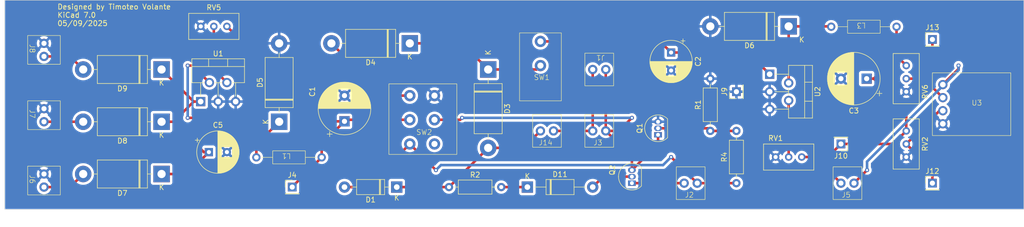
<source format=kicad_pcb>
(kicad_pcb (version 20221018) (generator pcbnew)
  (layers (0 "F.Cu" signal) (31 "B.Cu" signal) (34 "B.Paste" user) (35 "F.Paste" user) (36 "B.SilkS" user "B.Silkscreen") (37 "F.SilkS" user "F.Silkscreen") (38 "B.Mask" user) (39 "F.Mask" user) (44 "Edge.Cuts" user))
  (net 0 "")
  (net 1 "Net-(D1-K)")
  (net 2 "Net-(D1-A)")
  (net 3 "Net-(D3-K)")
  (net 4 "Net-(D4-A)")
  (net 5 "Net-(D5-K)")
  (net 6 "GND")
  (net 7 "Net-(D6-K)")
  (net 8 "Net-(D7-K)")
  (net 9 "Net-(D7-A)")
  (net 10 "Net-(D8-A)")
  (net 11 "Net-(D9-A)")
  (net 12 "Net-(D11-K)")
  (net 13 "Net-(D11-A)")
  (net 14 "Net-(J1-Pin_2)")
  (net 15 "Net-(Q1-B)")
  (net 16 "Net-(J2-Pin_2)")
  (net 17 "Net-(U1-FB)")
  (net 18 "Net-(SW1-A)")
  (net 19 "Net-(U2-FB)")
  (net 20 "Net-(J4-Pin_1)")
  (net 21 "Net-(J13-Pin_1)")
  (net 22 "Net-(J1-Pin_1)")
  (net 23 "Net-(J5-Pin_1)")
  (net 24 "Net-(J10-Pin_1)")
  (net 25 "Net-(J12-Pin_1)")
  (footprint "Diode_THT:D_DO-201AD_P15.24mm_Horizontal" (layer "F.Cu") (at 121.92 94.74 180)
    (fp_text reference "D4" (at 7.62 -3.72) (layer "F.SilkS"))
    (fp_text value "1N5822")
    (fp_text user "K" (at 0 -2.6) (layer "F.SilkS"))
    (pad "1" thru_hole rect (at 0 0 180) (size 3.2 3.2) (drill 1.6) (layers "*.Cu" "*.Mask") (net 3 "Net-(D3-K)"))
    (pad "2" thru_hole oval (at 15.24 0 180) (size 3.2 3.2) (drill 1.6) (layers "*.Cu" "*.Mask") (net 4 "Net-(D4-A)"))
  )
  (footprint "solarChargerLibrary:inductor_L6mm_D2_3mm_W28mm" (layer "F.Cu") (at 219.0895 91.5035 90)
    (fp_text reference "L3" (at 0.254 -9.398 180 unlocked) (layer "F.SilkS") (effects (font (thickness 0.1))))
    (fp_text value "33u")
    (pad "1" thru_hole circle (at 0 -15.24 90) (size 1.6 1.6) (drill 0.9) (layers "*.Cu" "*.Mask") (net 7 "Net-(D6-K)"))
    (pad "2" thru_hole circle (at 0 -2.54 90) (size 1.6 1.6) (drill 0.9) (layers "*.Cu" "*.Mask") (net 24 "Net-(J10-Pin_1)"))
  )
  (footprint "solarChargerLibrary:2_54mm_Pitch_Mount_Screw_Terminal_Connector" (layer "F.Cu") (at 50.8 91.946 180)
    (fp_text reference "J8" (at 2.286 -3.81 270 unlocked) (layer "F.SilkS") (effects (font (thickness 0.1))))
    (fp_text value "Screw_Terminal_01x02")
    (pad "1" thru_hole circle (at 0 -5.334 180) (size 1.8 1.8) (drill 1) (layers "*.Cu" "*.Mask") (net 11 "Net-(D9-A)"))
    (pad "2" thru_hole circle (at 0 -2.794 180) (size 1.8 1.8) (drill 1) (layers "*.Cu" "*.Mask") (net 6 "GND"))
  )
  (footprint "Capacitor_THT:CP_Radial_D8.0mm_P3.50mm" (layer "F.Cu") (at 172.72 96.52 -90)
    (fp_text reference "C2" (at 1.75 -5.25 90) (layer "F.SilkS"))
    (fp_text value "100u")
    (pad "1" thru_hole rect (at 0 0 270) (size 1.6 1.6) (drill 0.8) (layers "*.Cu" "*.Mask") (net 18 "Net-(SW1-A)"))
    (pad "2" thru_hole circle (at 3.5 0 270) (size 1.6 1.6) (drill 0.8) (layers "*.Cu" "*.Mask") (net 6 "GND"))
  )
  (footprint "solarChargerLibrary:2_54mm_Pitch_Mount_Screw_Terminal_Connector" (layer "F.Cu") (at 144.526 111.76 -90)
    (fp_text reference "J14" (at 2.286 -3.81 unlocked) (layer "F.SilkS") (effects (font (thickness 0.1))))
    (fp_text value "Screw_Terminal_01x02")
    (pad "1" thru_hole circle (at 0 -5.334 270) (size 1.8 1.8) (drill 1) (layers "*.Cu" "*.Mask") (net 22 "Net-(J1-Pin_1)"))
    (pad "2" thru_hole circle (at 0 -2.794 270) (size 1.8 1.8) (drill 1) (layers "*.Cu" "*.Mask") (net 1 "Net-(D1-K)"))
  )
  (footprint "Package_TO_SOT_THT:TO-220-5_P3.4x3.7mm_StaggerOdd_Lead3.8mm_Vertical" (layer "F.Cu") (at 81.26 106.06)
    (fp_text reference "U1" (at 3.4 -9.32) (layer "F.SilkS"))
    (fp_text value "LM2596T-3.3")
    (pad "1" thru_hole rect (at 0 0) (size 1.8 1.8) (drill 1.1) (layers "*.Cu" "*.Mask") (net 8 "Net-(D7-K)"))
    (pad "2" thru_hole oval (at 1.7 -3.7) (size 1.8 1.8) (drill 1.1) (layers "*.Cu" "*.Mask") (net 5 "Net-(D5-K)"))
    (pad "3" thru_hole oval (at 3.4 0) (size 1.8 1.8) (drill 1.1) (layers "*.Cu" "*.Mask") (net 6 "GND"))
    (pad "4" thru_hole oval (at 5.1 -3.7) (size 1.8 1.8) (drill 1.1) (layers "*.Cu" "*.Mask") (net 17 "Net-(U1-FB)"))
    (pad "5" thru_hole oval (at 6.8 0) (size 1.8 1.8) (drill 1.1) (layers "*.Cu" "*.Mask") (net 6 "GND"))
  )
  (footprint "Resistor_THT:R_Axial_DIN0207_L6.3mm_D2.5mm_P10.16mm_Horizontal" (layer "F.Cu") (at 180.34 111.76 90)
    (fp_text reference "R1" (at 5.08 -2.37 90) (layer "F.SilkS"))
    (fp_text value "8k2")
    (pad "1" thru_hole circle (at 0 0 90) (size 1.6 1.6) (drill 0.8) (layers "*.Cu" "*.Mask") (net 15 "Net-(Q1-B)"))
    (pad "2" thru_hole oval (at 10.16 0 90) (size 1.6 1.6) (drill 0.8) (layers "*.Cu" "*.Mask") (net 6 "GND"))
  )
  (footprint "Capacitor_THT:CP_Radial_D8.0mm_P3.50mm" (layer "F.Cu") (at 82.86 115.88)
    (fp_text reference "C5" (at 1.75 -5.25) (layer "F.SilkS"))
    (fp_text value "100u")
    (pad "1" thru_hole rect (at 0 0) (size 1.6 1.6) (drill 0.8) (layers "*.Cu" "*.Mask") (net 8 "Net-(D7-K)"))
    (pad "2" thru_hole circle (at 3.5 0) (size 1.6 1.6) (drill 0.8) (layers "*.Cu" "*.Mask") (net 6 "GND"))
  )
  (footprint "Diode_THT:D_DO-201AD_P15.24mm_Horizontal" (layer "F.Cu") (at 73.66 109.98 180)
    (fp_text reference "D8" (at 7.62 -3.72) (layer "F.SilkS"))
    (fp_text value "1N5822")
    (fp_text user "K" (at 0 -2.6) (layer "F.SilkS"))
    (pad "1" thru_hole rect (at 0 0 180) (size 3.2 3.2) (drill 1.6) (layers "*.Cu" "*.Mask") (net 8 "Net-(D7-K)"))
    (pad "2" thru_hole oval (at 15.24 0 180) (size 3.2 3.2) (drill 1.6) (layers "*.Cu" "*.Mask") (net 10 "Net-(D8-A)"))
  )
  (footprint "Diode_THT:D_DO-201AD_P15.24mm_Horizontal" (layer "F.Cu") (at 137.16 99.82 -90)
    (fp_text reference "D3" (at 7.62 -3.72 -270) (layer "F.SilkS"))
    (fp_text value "1N5822")
    (fp_text user "K" (at -3.3 0 -270) (layer "F.SilkS"))
    (pad "1" thru_hole rect (at 0 0 270) (size 3.2 3.2) (drill 1.6) (layers "*.Cu" "*.Mask") (net 3 "Net-(D3-K)"))
    (pad "2" thru_hole oval (at 15.24 0 270) (size 3.2 3.2) (drill 1.6) (layers "*.Cu" "*.Mask") (net 1 "Net-(D1-K)"))
  )
  (footprint "Diode_THT:D_DO-201AD_P15.24mm_Horizontal" (layer "F.Cu") (at 73.66 99.82 180)
    (fp_text reference "D9" (at 7.62 -3.72) (layer "F.SilkS"))
    (fp_text value "1N5822")
    (fp_text user "K" (at 0 -2.6) (layer "F.SilkS"))
    (pad "1" thru_hole rect (at 0 0 180) (size 3.2 3.2) (drill 1.6) (layers "*.Cu" "*.Mask") (net 8 "Net-(D7-K)"))
    (pad "2" thru_hole oval (at 15.24 0 180) (size 3.2 3.2) (drill 1.6) (layers "*.Cu" "*.Mask") (net 11 "Net-(D9-A)"))
  )
  (footprint "Connector_PinHeader_2.54mm:PinHeader_1x01_P2.54mm_Vertical" (layer "F.Cu") (at 223.52 93.98)
    (fp_text reference "J13" (at 0 -2.33) (layer "F.SilkS"))
    (fp_text value "Conn_01x01_Pin")
    (pad "1" thru_hole rect (at 0 0) (size 1.7 1.7) (drill 1) (layers "*.Cu" "*.Mask") (net 21 "Net-(J13-Pin_1)"))
  )
  (footprint "Package_TO_SOT_THT:TO-92_Inline" (layer "F.Cu") (at 165.1 121.92 90)
    (fp_text reference "Q2" (at 2.54 -3.81 90) (layer "F.SilkS"))
    (fp_text value "BC337")
    (pad "1" thru_hole rect (at 0 0 90) (size 1.05 1.5) (drill 0.75) (layers "*.Cu" "*.Mask") (net 16 "Net-(J2-Pin_2)"))
    (pad "2" thru_hole oval (at 1.27 0 90) (size 1.05 1.5) (drill 0.75) (layers "*.Cu" "*.Mask") (net 13 "Net-(D11-A)"))
    (pad "3" thru_hole oval (at 2.54 0 90) (size 1.05 1.5) (drill 0.75) (layers "*.Cu" "*.Mask") (net 14 "Net-(J1-Pin_2)"))
  )
  (footprint "Resistor_THT:R_Axial_DIN0207_L6.3mm_D2.5mm_P10.16mm_Horizontal" (layer "F.Cu") (at 129.54 122.68)
    (fp_text reference "R2" (at 5.08 -2.37) (layer "F.SilkS"))
    (fp_text value "68R")
    (pad "1" thru_hole circle (at 0 0) (size 1.6 1.6) (drill 0.8) (layers "*.Cu" "*.Mask") (net 1 "Net-(D1-K)"))
    (pad "2" thru_hole oval (at 10.16 0) (size 1.6 1.6) (drill 0.8) (layers "*.Cu" "*.Mask") (net 12 "Net-(D11-K)"))
  )
  (footprint "Diode_THT:D_DO-201AD_P15.24mm_Horizontal" (layer "F.Cu") (at 96.52 109.98 90)
    (fp_text reference "D5" (at 7.62 -3.72 90) (layer "F.SilkS"))
    (fp_text value "1N5822")
    (fp_text user "K" (at 0 -2.6 90) (layer "F.SilkS"))
    (pad "1" thru_hole rect (at 0 0 90) (size 3.2 3.2) (drill 1.6) (layers "*.Cu" "*.Mask") (net 5 "Net-(D5-K)"))
    (pad "2" thru_hole oval (at 15.24 0 90) (size 3.2 3.2) (drill 1.6) (layers "*.Cu" "*.Mask") (net 6 "GND"))
  )
  (footprint "solarChargerLibrary:USB_C_module" (layer "F.Cu") (at 225.552 112.9175)
    (fp_text reference "U3" (at 6.604 -6.604 unlocked) (layer "F.SilkS") (effects (font (thickness 0.1))))
    (fp_text value "~")
    (pad "1" thru_hole circle (at 0 -10.16) (size 1.8 1.8) (drill 1.1) (layers "*.Cu" "*.Mask") (net 23 "Net-(J5-Pin_1)"))
    (pad "2" thru_hole circle (at 0 -7.62) (size 1.8 1.8) (drill 1.1) (layers "*.Cu" "*.Mask") (net 21 "Net-(J13-Pin_1)"))
    (pad "3" thru_hole circle (at 0 -5.08) (size 1.8 1.8) (drill 1.1) (layers "*.Cu" "*.Mask") (net 25 "Net-(J12-Pin_1)"))
    (pad "4" thru_hole circle (at 0 -2.54) (size 1.8 1.8) (drill 1.1) (layers "*.Cu" "*.Mask") (net 6 "GND"))
  )
  (footprint "Diode_THT:D_DO-41_SOD81_P12.70mm_Horizontal" (layer "F.Cu") (at 144.78 122.68)
    (fp_text reference "D11" (at 6.35 -2.47) (layer "F.SilkS"))
    (fp_text value "6V8")
    (fp_text user "K" (at 0 -2.1) (layer "F.SilkS"))
    (pad "1" thru_hole rect (at 0 0) (size 2.2 2.2) (drill 1.1) (layers "*.Cu" "*.Mask") (net 12 "Net-(D11-K)"))
    (pad "2" thru_hole oval (at 12.7 0) (size 2.2 2.2) (drill 1.1) (layers "*.Cu" "*.Mask") (net 13 "Net-(D11-A)"))
  )
  (footprint "Diode_THT:D_DO-201AD_P15.24mm_Horizontal" (layer "F.Cu") (at 73.66 120.14 180)
    (fp_text reference "D7" (at 7.62 -3.72) (layer "F.SilkS"))
    (fp_text value "1N5822")
    (fp_text user "K" (at 0 -2.6) (layer "F.SilkS"))
    (pad "1" thru_hole rect (at 0 0 180) (size 3.2 3.2) (drill 1.6) (layers "*.Cu" "*.Mask") (net 8 "Net-(D7-K)"))
    (pad "2" thru_hole oval (at 15.24 0 180) (size 3.2 3.2) (drill 1.6) (layers "*.Cu" "*.Mask") (net 9 "Net-(D7-A)"))
  )
  (footprint "Potentiometer_THT:Potentiometer_Bourns_3296W_Vertical" (layer "F.Cu") (at 86.36 91.44)
    (fp_text reference "RV5" (at -2.54 -3.66) (layer "F.SilkS"))
    (fp_text value "R_Potentiometer")
    (pad "1" thru_hole circle (at 0 0) (size 1.44 1.44) (drill 0.8) (layers "*.Cu" "*.Mask") (net 20 "Net-(J4-Pin_1)"))
    (pad "2" thru_hole circle (at -2.54 0) (size 1.44 1.44) (drill 0.8) (layers "*.Cu" "*.Mask") (net 17 "Net-(U1-FB)"))
    (pad "3" thru_hole circle (at -5.08 0) (size 1.44 1.44) (drill 0.8) (layers "*.Cu" "*.Mask") (net 6 "GND"))
  )
  (footprint "Diode_THT:D_DO-41_SOD81_P10.16mm_Horizontal" (layer "F.Cu") (at 119.38 122.68 180)
    (fp_text reference "D1" (at 5.08 -2.47) (layer "F.SilkS"))
    (fp_text value "1N4007")
    (fp_text user "K" (at 0 -2.1) (layer "F.SilkS"))
    (pad "1" thru_hole rect (at 0 0 180) (size 2.2 2.2) (drill 1.1) (layers "*.Cu" "*.Mask") (net 1 "Net-(D1-K)"))
    (pad "2" thru_hole oval (at 10.16 0 180) (size 2.2 2.2) (drill 1.1) (layers "*.Cu" "*.Mask") (net 2 "Net-(D1-A)"))
  )
  (footprint "Potentiometer_THT:Potentiometer_Bourns_3296W_Vertical" (layer "F.Cu") (at 198.12 116.84)
    (fp_text reference "RV1" (at -5.08 -3.66) (layer "F.SilkS"))
    (fp_text value "R_Potentiometer")
    (pad "1" thru_hole circle (at 0 0) (size 1.44 1.44) (drill 0.8) (layers "*.Cu" "*.Mask") (net 24 "Net-(J10-Pin_1)"))
    (pad "2" thru_hole circle (at -2.54 0) (size 1.44 1.44) (drill 0.8) (layers "*.Cu" "*.Mask") (net 19 "Net-(U2-FB)"))
    (pad "3" thru_hole circle (at -5.08 0) (size 1.44 1.44) (drill 0.8) (layers "*.Cu" "*.Mask") (net 6 "GND"))
  )
  (footprint "solarChargerLibrary:2_54mm_Pitch_Mount_Screw_Terminal_Connector" (layer "F.Cu") (at 202.946 121.92 -90)
    (fp_text reference "J5" (at 2.286 -3.81 unlocked) (layer "F.SilkS") (effects (font (thickness 0.1))))
    (fp_text value "Screw_Terminal_01x02")
    (pad "1" thru_hole circle (at 0 -5.334 270) (size 1.8 1.8) (drill 1) (layers "*.Cu" "*.Mask") (net 23 "Net-(J5-Pin_1)"))
    (pad "2" thru_hole circle (at 0 -2.794 270) (size 1.8 1.8) (drill 1) (layers "*.Cu" "*.Mask") (net 24 "Net-(J10-Pin_1)"))
  )
  (footprint "Potentiometer_THT:Potentiometer_Bourns_3296W_Vertical" (layer "F.Cu") (at 218.44 116.84 -90)
    (fp_text reference "RV2" (at -2.54 -3.66 90) (layer "F.SilkS"))
    (fp_text value "R_Potentiometer")
    (pad "1" thru_hole circle (at 0 0 270) (size 1.44 1.44) (drill 0.8) (layers "*.Cu" "*.Mask") (net 6 "GND"))
    (pad "2" thru_hole circle (at -2.54 0 270) (size 1.44 1.44) (drill 0.8) (layers "*.Cu" "*.Mask") (net 25 "Net-(J12-Pin_1)"))
    (pad "3" thru_hole circle (at -5.08 0 270) (size 1.44 1.44) (drill 0.8) (layers "*.Cu" "*.Mask") (net 24 "Net-(J10-Pin_1)"))
  )
  (footprint "Potentiometer_THT:Potentiometer_Bourns_3296W_Vertical" (layer "F.Cu") (at 218.44 104.14 -90)
    (fp_text reference "RV6" (at 0 -3.66 90) (layer "F.SilkS"))
    (fp_text value "R_Potentiometer")
    (pad "1" thru_hole circle (at 0 0 270) (size 1.44 1.44) (drill 0.8) (layers "*.Cu" "*.Mask") (net 6 "GND"))
    (pad "2" thru_hole circle (at -2.54 0 270) (size 1.44 1.44) (drill 0.8) (layers "*.Cu" "*.Mask") (net 21 "Net-(J13-Pin_1)"))
    (pad "3" thru_hole circle (at -5.08 0 270) (size 1.44 1.44) (drill 0.8) (layers "*.Cu" "*.Mask") (net 24 "Net-(J10-Pin_1)"))
  )
  (footprint "solarChargerLibrary:2_54mm_Pitch_Mount_Screw_Terminal_Connector" (layer "F.Cu") (at 154.686 111.76 -90)
    (fp_text reference "J3" (at 2.286 -3.81 unlocked) (layer "F.SilkS") (effects (font (thickness 0.1))))
    (fp_text value "Screw_Terminal_01x02")
    (pad "1" thru_hole circle (at 0 -5.334 270) (size 1.8 1.8) (drill 1) (layers "*.Cu" "*.Mask") (net 14 "Net-(J1-Pin_2)"))
    (pad "2" thru_hole circle (at 0 -2.794 270) (size 1.8 1.8) (drill 1) (layers "*.Cu" "*.Mask") (net 22 "Net-(J1-Pin_1)"))
  )
  (footprint "solarChargerLibrary:inductor_L6mm_D2_3mm_W28mm" (layer "F.Cu") (at 107.3295 116.9035 90)
    (fp_text reference "L1" (at 0.254 -9.398 180 unlocked) (layer "F.SilkS") (effects (font (thickness 0.1))))
    (fp_text value "33u")
    (pad "1" thru_hole circle (at 0 -15.24 90) (size 1.6 1.6) (drill 0.9) (layers "*.Cu" "*.Mask") (net 5 "Net-(D5-K)"))
    (pad "2" thru_hole circle (at 0 -2.54 90) (size 1.6 1.6) (drill 0.9) (layers "*.Cu" "*.Mask") (net 20 "Net-(J4-Pin_1)"))
  )
  (footprint "Connector_PinHeader_2.54mm:PinHeader_1x01_P2.54mm_Vertical" (layer "F.Cu") (at 223.52 121.92)
    (fp_text reference "J12" (at 0 -2.33) (layer "F.SilkS"))
    (fp_text value "Conn_01x01_Pin")
    (pad "1" thru_hole rect (at 0 0) (size 1.7 1.7) (drill 1) (layers "*.Cu" "*.Mask") (net 25 "Net-(J12-Pin_1)"))
  )
  (footprint "solarChargerLibrary:2_54mm_Pitch_Mount_Screw_Terminal_Connector" (layer "F.Cu") (at 50.8 117.346 180)
    (fp_text reference "J6" (at 2.286 -3.81 270 unlocked) (layer "F.SilkS") (effects (font (thickness 0.1))))
    (fp_text value "Screw_Terminal_01x02")
    (pad "1" thru_hole circle (at 0 -5.334 180) (size 1.8 1.8) (drill 1) (layers "*.Cu" "*.Mask") (net 9 "Net-(D7-A)"))
    (pad "2" thru_hole circle (at 0 -2.794 180) (size 1.8 1.8) (drill 1) (layers "*.Cu" "*.Mask") (net 6 "GND"))
  )
  (footprint "Resistor_THT:R_Axial_DIN0207_L6.3mm_D2.5mm_P10.16mm_Horizontal" (layer "F.Cu") (at 185.42 121.92 90)
    (fp_text reference "R4" (at 5.08 -2.37 90) (layer "F.SilkS"))
    (fp_text value "5k6")
    (pad "1" thru_hole circle (at 0 0 90) (size 1.6 1.6) (drill 0.8) (layers "*.Cu" "*.Mask") (net 2 "Net-(D1-A)"))
    (pad "2" thru_hole oval (at 10.16 0 90) (size 1.6 1.6) (drill 0.8) (layers "*.Cu" "*.Mask") (net 15 "Net-(Q1-B)"))
  )
  (footprint "Package_TO_SOT_THT:TO-92_Inline" (layer "F.Cu") (at 170.18 112.52 90)
    (fp_text reference "Q1" (at 1.27 -3.56 90) (layer "F.SilkS"))
    (fp_text value "BC337")
    (pad "1" thru_hole rect (at 0 0 90) (size 1.05 1.5) (drill 0.75) (layers "*.Cu" "*.Mask") (net 14 "Net-(J1-Pin_2)"))
    (pad "2" thru_hole oval (at 1.27 0 90) (size 1.05 1.5) (drill 0.75) (layers "*.Cu" "*.Mask") (net 15 "Net-(Q1-B)"))
    (pad "3" thru_hole oval (at 2.54 0 90) (size 1.05 1.5) (drill 0.75) (layers "*.Cu" "*.Mask") (net 6 "GND"))
  )
  (footprint "solarChargerLibrary:Toggle_DPDT" (layer "F.Cu") (at 121.92 116.84)
    (fp_text reference "SW2" (at 2.794 -4.826 unlocked) (layer "F.SilkS") (effects (font (thickness 0.1))))
    (fp_text value "SW_DPDT_x2")
    (pad "1" thru_hole circle (at 0 -11.94) (size 2.2 2.2) (drill 1.2) (layers "*.Cu" "*.Mask") (net 4 "Net-(D4-A)"))
    (pad "2" thru_hole circle (at 0 -7.24) (size 2.2 2.2) (drill 1.2) (layers "*.Cu" "*.Mask") (net 20 "Net-(J4-Pin_1)"))
    (pad "3" thru_hole circle (at 0 -2.54) (size 2.2 2.2) (drill 1.2) (layers "*.Cu" "*.Mask") (net 2 "Net-(D1-A)"))
    (pad "4" thru_hole circle (at 4.8 -11.94) (size 2.2 2.2) (drill 1.2) (layers "*.Cu" "*.Mask") (net 6 "GND"))
    (pad "5" thru_hole circle (at 4.8 -7.24) (size 2.2 2.2) (drill 1.2) (layers "*.Cu" "*.Mask") (net 14 "Net-(J1-Pin_2)"))
    (pad "6" thru_hole circle (at 4.8 -2.54) (size 2.2 2.2) (drill 1.2) (layers "*.Cu" "*.Mask"))
  )
  (footprint "Capacitor_THT:CP_Radial_D10.0mm_P5.00mm" (layer "F.Cu") (at 109.22 109.9 90)
    (fp_text reference "C1" (at 5.76 -6.25 90) (layer "F.SilkS"))
    (fp_text value "220u")
    (pad "1" thru_hole rect (at 0 0 90) (size 2 2) (drill 1) (layers "*.Cu" "*.Mask") (net 20 "Net-(J4-Pin_1)"))
    (pad "2" thru_hole circle (at 5 0 90) (size 2 2) (drill 1) (layers "*.Cu" "*.Mask") (net 6 "GND"))
  )
  (footprint "Package_TO_SOT_THT:TO-220-5_P3.4x3.7mm_StaggerOdd_Lead3.8mm_Vertical" (layer "F.Cu") (at 191.88 100.74 -90)
    (fp_text reference "U2" (at 3.4 -9.32 90) (layer "F.SilkS"))
    (fp_text value "LM2596T-3.3")
    (pad "1" thru_hole rect (at 0 0 270) (size 1.8 1.8) (drill 1.1) (layers "*.Cu" "*.Mask") (net 18 "Net-(SW1-A)"))
    (pad "2" thru_hole oval (at 1.7 -3.7 270) (size 1.8 1.8) (drill 1.1) (layers "*.Cu" "*.Mask") (net 7 "Net-(D6-K)"))
    (pad "3" thru_hole oval (at 3.4 0 270) (size 1.8 1.8) (drill 1.1) (layers "*.Cu" "*.Mask") (net 6 "GND"))
    (pad "4" thru_hole oval (at 5.1 -3.7 270) (size 1.8 1.8) (drill 1.1) (layers "*.Cu" "*.Mask") (net 19 "Net-(U2-FB)"))
    (pad "5" thru_hole oval (at 6.8 0 270) (size 1.8 1.8) (drill 1.1) (layers "*.Cu" "*.Mask") (net 6 "GND"))
  )
  (footprint "Capacitor_THT:CP_Radial_D10.0mm_P5.00mm" (layer "F.Cu") (at 210.74 101.6 180)
    (fp_text reference "C3" (at 2.5 -6.25) (layer "F.SilkS"))
    (fp_text value "220u")
    (pad "1" thru_hole rect (at 0 0 180) (size 2 2) (drill 1) (layers "*.Cu" "*.Mask") (net 24 "Net-(J10-Pin_1)"))
    (pad "2" thru_hole circle (at 5 0 180) (size 2 2) (drill 1) (layers "*.Cu" "*.Mask") (net 6 "GND"))
  )
  (footprint "Connector_PinHeader_2.54mm:PinHeader_1x01_P2.54mm_Vertical" (layer "F.Cu") (at 99.06 122.68)
    (fp_text reference "J4" (at 0 -2.33) (layer "F.SilkS"))
    (fp_text value "Conn_01x01_Pin")
    (pad "1" thru_hole rect (at 0 0) (size 1.7 1.7) (drill 1) (layers "*.Cu" "*.Mask") (net 20 "Net-(J4-Pin_1)"))
  )
  (footprint "solarChargerLibrary:2_54mm_Pitch_Mount_Screw_Terminal_Connector" (layer "F.Cu") (at 162.814 99.82 90)
    (fp_text reference "J1" (at 2.286 -3.81 180 unlocked) (layer "F.SilkS") (effects (font (thickness 0.1))))
    (fp_text value "Screw_Terminal_01x02")
    (pad "1" thru_hole circle (at 0 -5.334 90) (size 1.8 1.8) (drill 1) (layers "*.Cu" "*.Mask") (net 22 "Net-(J1-Pin_1)"))
    (pad "2" thru_hole circle (at 0 -2.794 90) (size 1.8 1.8) (drill 1) (layers "*.Cu" "*.Mask") (net 14 "Net-(J1-Pin_2)"))
  )
  (footprint "Connector_PinHeader_2.54mm:PinHeader_1x01_P2.54mm_Vertical" (layer "F.Cu") (at 185.42 104.14 90)
    (fp_text reference "J9" (at 0 -2.33 90) (layer "F.SilkS"))
    (fp_text value "Conn_01x01_Pin")
    (pad "1" thru_hole rect (at 0 0 90) (size 1.7 1.7) (drill 1) (layers "*.Cu" "*.Mask") (net 6 "GND"))
  )
  (footprint "solarChargerLibrary:Toggle_SPST" (layer "F.Cu") (at 147.32 101.854)
    (fp_text reference "SW1" (at 0.254 -0.5 unlocked) (layer "F.SilkS") (effects (font (thickness 0.1))))
    (fp_text value "SW_SPST")
    (pad "1" thru_hole circle (at 0 -7.494) (size 2.2 2.2) (drill 1.2) (layers "*.Cu" "*.Mask") (net 18 "Net-(SW1-A)"))
    (pad "2" thru_hole circle (at 0 -2.794) (size 2.2 2.2) (drill 1.2) (layers "*.Cu" "*.Mask") (net 3 "Net-(D3-K)"))
  )
  (footprint "Diode_THT:D_DO-201AD_P15.24mm_Horizontal" (layer "F.Cu") (at 195.58 91.44 180)
    (fp_text reference "D6" (at 7.62 -3.72) (layer "F.SilkS"))
    (fp_text value "1N5822")
    (fp_text user "K" (at -2.54 -2.6) (layer "F.SilkS"))
    (pad "1" thru_hole rect (at 0 0 180) (size 3.2 3.2) (drill 1.6) (layers "*.Cu" "*.Mask") (net 7 "Net-(D6-K)"))
    (pad "2" thru_hole oval (at 15.24 0 180) (size 3.2 3.2) (drill 1.6) (layers "*.Cu" "*.Mask") (net 6 "GND"))
  )
  (footprint "Connector_PinHeader_2.54mm:PinHeader_1x01_P2.54mm_Vertical" (layer "F.Cu") (at 205.74 114.3 180)
    (fp_text reference "J10" (at 0 -2.33) (layer "F.SilkS"))
    (fp_text value "Conn_01x01_Pin")
    (pad "1" thru_hole rect (at 0 0 180) (size 1.7 1.7) (drill 1) (layers "*.Cu" "*.Mask") (net 24 "Net-(J10-Pin_1)"))
  )
  (footprint "solarChargerLibrary:2_54mm_Pitch_Mount_Screw_Terminal_Connector" (layer "F.Cu") (at 50.8 104.646 180)
    (fp_text reference "J7" (at 2.286 -3.81 270 unlocked) (layer "F.SilkS") (effects (font (thickness 0.1))))
    (fp_text value "Screw_Terminal_01x02")
    (pad "1" thru_hole circle (at 0 -5.334 180) (size 1.8 1.8) (drill 1) (layers "*.Cu" "*.Mask") (net 10 "Net-(D8-A)"))
    (pad "2" thru_hole circle (at 0 -2.794 180) (size 1.8 1.8) (drill 1) (layers "*.Cu" "*.Mask") (net 6 "GND"))
  )
  (footprint "solarChargerLibrary:2_54mm_Pitch_Mount_Screw_Terminal_Connector" (layer "F.Cu") (at 172.466 121.92 -90)
    (fp_text reference "J2" (at 2.286 -3.81 unlocked) (layer "F.SilkS") (effects (font (thickness 0.1))))
    (fp_text value "Screw_Terminal_01x02")
    (pad "1" thru_hole circle (at 0 -5.334 270) (size 1.8 1.8) (drill 1) (layers "*.Cu" "*.Mask") (net 2 "Net-(D1-A)"))
    (pad "2" thru_hole circle (at 0 -2.794 270) (size 1.8 1.8) (drill 1) (layers "*.Cu" "*.Mask") (net 16 "Net-(J2-Pin_2)"))
  )
  (gr_rect (start 43.18 86.36) (end 241.3 127) (stroke (width 0.1)) (fill none) (layer "Edge.Cuts"))
  (gr_text "Designed by Timoteo Volante\nKiCad 7.0\n05/09/2025" (at 53.34 91.44) (layer "F.SilkS") (effects (font (size 1 1)) (justify left bottom)))
  (segment (start 144.02 115.06) (end 137.16 115.06) (width 0.5) (layer "F.Cu") (net 1))
  (segment (start 129.54 122.68) (end 137.16 115.06) (width 0.5) (layer "F.Cu") (net 1))
  (segment (start 147.32 111.76) (end 144.02 115.06) (width 0.5) (layer "F.Cu") (net 1))
  (segment (start 119.38 122.68) (end 129.54 122.68) (width 0.5) (layer "F.Cu") (net 1))
  (segment (start 177.8 121.92) (end 185.42 121.92) (width 0.5) (layer "F.Cu") (net 2))
  (segment (start 121.92 114.3) (end 127 119.38) (width 0.5) (layer "F.Cu") (net 2))
  (segment (start 172.72 116.84) (end 177.8 121.92) (width 0.5) (layer "F.Cu") (net 2))
  (segment (start 109.22 122.68) (end 113.54 122.68) (width 0.5) (layer "F.Cu") (net 2))
  (segment (start 113.54 122.68) (end 121.92 114.3) (width 0.5) (layer "F.Cu") (net 2))
  (via (at 172.72 116.84) (size 0.8) (drill 0.4) (layers "F.Cu" "B.Cu") (net 2))
  (via (at 127 119.38) (size 0.8) (drill 0.4) (layers "F.Cu" "B.Cu") (net 2))
  (segment (start 171.155 118.405) (end 172.72 116.84) (width 0.5) (layer "B.Cu") (net 2))
  (segment (start 127 119.38) (end 127.975 118.405) (width 0.5) (layer "B.Cu") (net 2))
  (segment (start 127.975 118.405) (end 171.155 118.405) (width 0.5) (layer "B.Cu") (net 2))
  (segment (start 132.08 94.74) (end 137.16 99.82) (width 0.5) (layer "F.Cu") (net 3))
  (segment (start 146.56 99.82) (end 147.32 99.06) (width 0.5) (layer "F.Cu") (net 3))
  (segment (start 137.54 99.44) (end 137.16 99.82) (width 0.5) (layer "F.Cu") (net 3))
  (segment (start 137.16 99.82) (end 146.56 99.82) (width 0.5) (layer "F.Cu") (net 3))
  (segment (start 121.92 94.74) (end 132.08 94.74) (width 0.5) (layer "F.Cu") (net 3))
  (segment (start 121.92 104.9) (end 116.84 104.9) (width 0.5) (layer "F.Cu") (net 4))
  (segment (start 116.84 104.9) (end 106.68 94.74) (width 0.5) (layer "F.Cu") (net 4))
  (segment (start 92.0895 116.9035) (end 92.0895 114.4105) (width 0.5) (layer "F.Cu") (net 5))
  (segment (start 82.96 102.36) (end 79.66 99.06) (width 0.5) (layer "F.Cu") (net 5))
  (segment (start 92.0895 114.4105) (end 96.52 109.98) (width 0.5) (layer "F.Cu") (net 5))
  (segment (start 91.5505 114.4105) (end 92.0895 114.4105) (width 0.5) (layer "F.Cu") (net 5))
  (segment (start 86.36 109.22) (end 91.5505 114.4105) (width 0.5) (layer "F.Cu") (net 5))
  (segment (start 78.74 109.22) (end 86.36 109.22) (width 0.5) (layer "F.Cu") (net 5))
  (segment (start 79.66 99.06) (end 78.74 99.06) (width 0.5) (layer "F.Cu") (net 5))
  (via (at 78.74 99.06) (size 0.8) (drill 0.4) (layers "F.Cu" "B.Cu") (net 5))
  (via (at 78.74 109.22) (size 0.8) (drill 0.4) (layers "F.Cu" "B.Cu") (net 5))
  (segment (start 78.74 99.06) (end 78.74 109.22) (width 0.5) (layer "B.Cu") (net 5))
  (segment (start 195.58 102.44) (end 195.58 91.44) (width 0.5) (layer "F.Cu") (net 7))
  (segment (start 203.786 91.44) (end 203.8495 91.5035) (width 0.5) (layer "F.Cu") (net 7))
  (segment (start 195.58 91.44) (end 203.786 91.44) (width 0.5) (layer "F.Cu") (net 7))
  (segment (start 73.66 109.98) (end 75.98 109.98) (width 0.5) (layer "F.Cu") (net 8))
  (segment (start 81.88 115.88) (end 75.98 109.98) (width 0.5) (layer "F.Cu") (net 8))
  (segment (start 73.66 120.14) (end 78.6 120.14) (width 0.5) (layer "F.Cu") (net 8))
  (segment (start 79.9 106.06) (end 81.26 106.06) (width 0.5) (layer "F.Cu") (net 8))
  (segment (start 78.6 120.14) (end 82.86 115.88) (width 0.5) (layer "F.Cu") (net 8))
  (segment (start 75.98 109.98) (end 79.9 106.06) (width 0.5) (layer "F.Cu") (net 8))
  (segment (start 73.66 99.82) (end 79.9 106.06) (width 0.5) (layer "F.Cu") (net 8))
  (segment (start 82.86 115.88) (end 81.88 115.88) (width 0.5) (layer "F.Cu") (net 8))
  (segment (start 50.8 122.68) (end 55.88 122.68) (width 0.5) (layer "F.Cu") (net 9))
  (segment (start 55.88 122.68) (end 58.42 120.14) (width 0.5) (layer "F.Cu") (net 9))
  (segment (start 50.8 109.98) (end 58.42 109.98) (width 0.5) (layer "F.Cu") (net 10))
  (segment (start 55.88 97.28) (end 58.42 99.82) (width 0.5) (layer "F.Cu") (net 11))
  (segment (start 50.8 97.28) (end 55.88 97.28) (width 0.5) (layer "F.Cu") (net 11))
  (segment (start 139.7 122.68) (end 144.78 122.68) (width 0.5) (layer "F.Cu") (net 12))
  (segment (start 159.51 120.65) (end 165.1 120.65) (width 0.5) (layer "F.Cu") (net 13))
  (segment (start 157.48 122.68) (end 159.51 120.65) (width 0.5) (layer "F.Cu") (net 13))
  (segment (start 165.1 109.22) (end 162.56 111.76) (width 0.5) (layer "F.Cu") (net 14))
  (segment (start 160.02 111.76) (end 160.02 99.82) (width 0.5) (layer "F.Cu") (net 14))
  (segment (start 170.18 112.52) (end 170.18 114.3) (width 0.5) (layer "F.Cu") (net 14))
  (segment (start 170.18 114.3) (end 165.1 119.38) (width 0.5) (layer "F.Cu") (net 14))
  (segment (start 160.02 111.76) (end 165.1 116.84) (width 0.5) (layer "F.Cu") (net 14))
  (segment (start 162.56 111.76) (end 160.02 111.76) (width 0.5) (layer "F.Cu") (net 14))
  (segment (start 165.1 116.84) (end 165.1 119.38) (width 0.5) (layer "F.Cu") (net 14))
  (segment (start 126.72 109.6) (end 131.7 109.6) (width 0.5) (layer "F.Cu") (net 14))
  (segment (start 131.7 109.6) (end 132.08 109.22) (width 0.5) (layer "F.Cu") (net 14))
  (via (at 132.08 109.22) (size 0.8) (drill 0.4) (layers "F.Cu" "B.Cu") (net 14))
  (via (at 165.1 109.22) (size 0.8) (drill 0.4) (layers "F.Cu" "B.Cu") (net 14))
  (segment (start 132.08 109.22) (end 165.1 109.22) (width 0.5) (layer "B.Cu") (net 14))
  (segment (start 185.42 111.76) (end 180.34 111.76) (width 0.5) (layer "F.Cu") (net 15))
  (segment (start 180.34 111.76) (end 179.83 111.25) (width 0.5) (layer "F.Cu") (net 15))
  (segment (start 179.83 111.25) (end 170.18 111.25) (width 0.5) (layer "F.Cu") (net 15))
  (segment (start 165.1 121.92) (end 175.26 121.92) (width 0.5) (layer "F.Cu") (net 16))
  (segment (start 83.82 99.82) (end 86.36 102.36) (width 0.5) (layer "F.Cu") (net 17))
  (segment (start 83.82 91.44) (end 83.82 99.82) (width 0.5) (layer "F.Cu") (net 17))
  (segment (start 172.72 96.52) (end 187.66 96.52) (width 0.5) (layer "F.Cu") (net 18))
  (segment (start 187.66 96.52) (end 191.88 100.74) (width 0.5) (layer "F.Cu") (net 18))
  (segment (start 147.32 94.36) (end 170.56 94.36) (width 0.5) (layer "F.Cu") (net 18))
  (segment (start 170.56 94.36) (end 172.72 96.52) (width 0.5) (layer "F.Cu") (net 18))
  (segment (start 195.58 105.84) (end 195.58 116.84) (width 0.5) (layer "F.Cu") (net 19))
  (segment (start 109.22 109.9) (end 104.82 109.9) (width 0.5) (layer "F.Cu") (net 20))
  (segment (start 121.92 109.6) (end 109.52 109.6) (width 0.5) (layer "F.Cu") (net 20))
  (segment (start 104.7895 116.9035) (end 104.7895 114.3305) (width 0.5) (layer "F.Cu") (net 20))
  (segment (start 99.06 122.68) (end 99.06 122.633) (width 0.5) (layer "F.Cu") (net 20))
  (segment (start 104.82 109.9) (end 86.36 91.44) (width 0.5) (layer "F.Cu") (net 20))
  (segment (start 104.7895 114.3305) (end 109.22 109.9) (width 0.5) (layer "F.Cu") (net 20))
  (segment (start 99.06 122.633) (end 104.7895 116.9035) (width 0.5) (layer "F.Cu") (net 20))
  (segment (start 109.52 109.6) (end 109.22 109.9) (width 0.5) (layer "F.Cu") (net 20))
  (segment (start 221.8545 101.6) (end 225.552 105.2975) (width 0.5) (layer "F.Cu") (net 21))
  (segment (start 223.52 93.98) (end 223.52 99.9345) (width 0.5) (layer "F.Cu") (net 21))
  (segment (start 223.52 99.9345) (end 221.8545 101.6) (width 0.5) (layer "F.Cu") (net 21))
  (segment (start 218.44 101.6) (end 221.8545 101.6) (width 0.5) (layer "F.Cu") (net 21))
  (segment (start 157.48 111.76) (end 157.48 99.82) (width 0.5) (layer "F.Cu") (net 22))
  (segment (start 149.86 111.76) (end 157.48 111.76) (width 0.5) (layer "F.Cu") (net 22))
  (segment (start 228.6 99.06) (end 228.6 99.7095) (width 0.5) (layer "F.Cu") (net 23))
  (segment (start 208.28 121.92) (end 210.82 119.38) (width 0.5) (layer "F.Cu") (net 23))
  (segment (start 228.6 99.7095) (end 225.552 102.7575) (width 0.5) (layer "F.Cu") (net 23))
  (via (at 228.6 99.06) (size 0.8) (drill 0.4) (layers "F.Cu" "B.Cu") (net 23))
  (via (at 210.82 119.38) (size 0.8) (drill 0.4) (layers "F.Cu" "B.Cu") (net 23))
  (segment (start 210.82 119.38) (end 210.82 117.72537) (width 0.5) (layer "B.Cu") (net 23))
  (segment (start 228.6 99.94537) (end 228.6 99.06) (width 0.5) (layer "B.Cu") (net 23))
  (segment (start 210.82 117.72537) (end 228.6 99.94537) (width 0.5) (layer "B.Cu") (net 23))
  (segment (start 212.119 101.6) (end 216.5495 97.1695) (width 0.5) (layer "F.Cu") (net 24))
  (segment (start 198.12 116.84) (end 203.2 116.84) (width 0.5) (layer "F.Cu") (net 24))
  (segment (start 203.2 119.38) (end 203.2 116.84) (width 0.5) (layer "F.Cu") (net 24))
  (segment (start 205.74 121.92) (end 203.2 119.38) (width 0.5) (layer "F.Cu") (net 24))
  (segment (start 203.2 116.84) (end 205.74 114.3) (width 0.5) (layer "F.Cu") (net 24))
  (segment (start 218.44 107.921) (end 212.119 101.6) (width 0.5) (layer "F.Cu") (net 24))
  (segment (start 216.5495 91.5035) (end 216.5495 97.1695) (width 0.5) (layer "F.Cu") (net 24))
  (segment (start 216.5495 97.1695) (end 218.44 99.06) (width 0.5) (layer "F.Cu") (net 24))
  (segment (start 215.9 114.3) (end 218.44 111.76) (width 0.5) (layer "F.Cu") (net 24))
  (segment (start 205.74 114.3) (end 215.9 114.3) (width 0.5) (layer "F.Cu") (net 24))
  (segment (start 218.44 111.76) (end 218.44 107.921) (width 0.5) (layer "F.Cu") (net 24))
  (segment (start 210.74 101.6) (end 212.119 101.6) (width 0.5) (layer "F.Cu") (net 24))
  (segment (start 223.52 121.92) (end 223.52 119.38) (width 0.5) (layer "F.Cu") (net 25))
  (segment (start 224.9025 107.8375) (end 225.552 107.8375) (width 0.5) (layer "F.Cu") (net 25))
  (segment (start 218.44 114.3) (end 224.9025 107.8375) (width 0.5) (layer "F.Cu") (net 25))
  (segment (start 223.52 119.38) (end 218.44 114.3) (width 0.5) (layer "F.Cu") (net 25))
  (zone (net 6) (net_name "GND") (layer "B.Cu") (connect_pads (clearance 0.5)) (min_thickness 0.25) (fill yes (thermal_gap 0.5) (thermal_bridge_width 0.5))
    (polygon (pts (xy 43.18 86.36) (xy 241.3 86.36) (xy 241.3 127) (xy 43.18 127)))
  )
)
</source>
